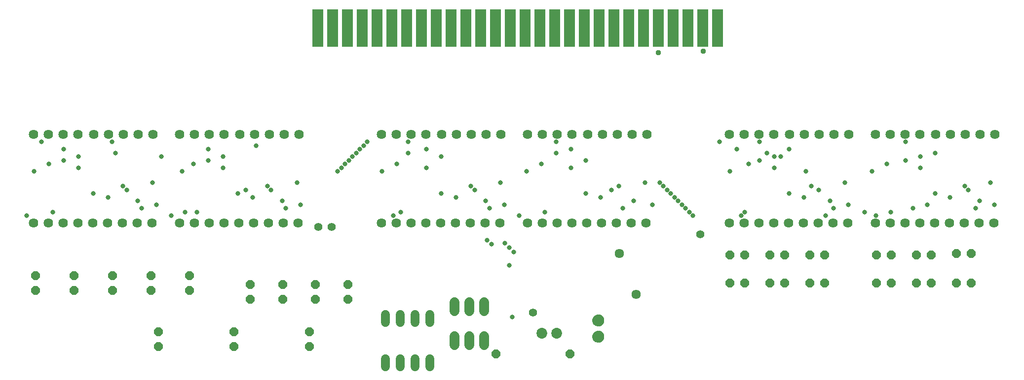
<source format=gbs>
G75*
%MOIN*%
%OFA0B0*%
%FSLAX25Y25*%
%IPPOS*%
%LPD*%
%AMOC8*
5,1,8,0,0,1.08239X$1,22.5*
%
%ADD10C,0.06400*%
%ADD11OC8,0.06000*%
%ADD12R,0.07300X0.25800*%
%ADD13C,0.06000*%
%ADD14C,0.07300*%
%ADD15C,0.00500*%
%ADD16C,0.06343*%
%ADD17C,0.06800*%
%ADD18C,0.03778*%
%ADD19C,0.05550*%
%ADD20C,0.03187*%
D10*
X0072948Y0174433D03*
X0082948Y0174433D03*
X0092948Y0174433D03*
X0102948Y0174433D03*
X0112948Y0174433D03*
X0122948Y0174433D03*
X0132948Y0174433D03*
X0142948Y0174433D03*
X0152948Y0174433D03*
X0171448Y0174433D03*
X0181448Y0174433D03*
X0191448Y0174433D03*
X0201448Y0174433D03*
X0211448Y0174433D03*
X0221448Y0174433D03*
X0231448Y0174433D03*
X0241448Y0174433D03*
X0251448Y0174433D03*
X0307948Y0174433D03*
X0317948Y0174433D03*
X0327948Y0174433D03*
X0337948Y0174433D03*
X0347948Y0174433D03*
X0357948Y0174433D03*
X0367948Y0174433D03*
X0377948Y0174433D03*
X0387948Y0174433D03*
X0406448Y0174433D03*
X0416448Y0174433D03*
X0426448Y0174433D03*
X0436448Y0174433D03*
X0446448Y0174433D03*
X0456448Y0174433D03*
X0466448Y0174433D03*
X0476448Y0174433D03*
X0486448Y0174433D03*
X0542948Y0174433D03*
X0552948Y0174433D03*
X0562948Y0174433D03*
X0572948Y0174433D03*
X0582948Y0174433D03*
X0592948Y0174433D03*
X0602948Y0174433D03*
X0612948Y0174433D03*
X0622948Y0174433D03*
X0641448Y0174433D03*
X0651448Y0174433D03*
X0661448Y0174433D03*
X0671448Y0174433D03*
X0681448Y0174433D03*
X0691448Y0174433D03*
X0701448Y0174433D03*
X0711448Y0174433D03*
X0721448Y0174433D03*
X0722236Y0234433D03*
X0712236Y0234433D03*
X0702236Y0234433D03*
X0692236Y0234433D03*
X0682236Y0234433D03*
X0671448Y0234433D03*
X0661448Y0234433D03*
X0651448Y0234433D03*
X0641448Y0234433D03*
X0623736Y0234433D03*
X0613736Y0234433D03*
X0603736Y0234433D03*
X0593736Y0234433D03*
X0583736Y0234433D03*
X0572948Y0234433D03*
X0562948Y0234433D03*
X0552948Y0234433D03*
X0542948Y0234433D03*
X0487236Y0234433D03*
X0477236Y0234433D03*
X0467236Y0234433D03*
X0457236Y0234433D03*
X0447236Y0234433D03*
X0436448Y0234433D03*
X0426448Y0234433D03*
X0416448Y0234433D03*
X0406448Y0234433D03*
X0388736Y0234433D03*
X0378736Y0234433D03*
X0368736Y0234433D03*
X0358736Y0234433D03*
X0348736Y0234433D03*
X0337948Y0234433D03*
X0327948Y0234433D03*
X0317948Y0234433D03*
X0307948Y0234433D03*
X0252236Y0234433D03*
X0242236Y0234433D03*
X0232236Y0234433D03*
X0222236Y0234433D03*
X0212236Y0234433D03*
X0201448Y0234433D03*
X0191448Y0234433D03*
X0181448Y0234433D03*
X0171448Y0234433D03*
X0153736Y0234433D03*
X0143736Y0234433D03*
X0133736Y0234433D03*
X0123736Y0234433D03*
X0113736Y0234433D03*
X0102948Y0234433D03*
X0092948Y0234433D03*
X0082948Y0234433D03*
X0072948Y0234433D03*
D11*
X0157342Y0090933D03*
X0157342Y0100933D03*
X0208342Y0100933D03*
X0208342Y0090933D03*
X0259342Y0090933D03*
X0259342Y0100933D03*
X0263342Y0122933D03*
X0285342Y0122933D03*
X0285342Y0132933D03*
X0263342Y0132933D03*
X0241342Y0132933D03*
X0219342Y0132933D03*
X0219342Y0122933D03*
X0241342Y0122933D03*
X0178342Y0128933D03*
X0178342Y0138933D03*
X0152342Y0138933D03*
X0152342Y0128933D03*
X0126342Y0128933D03*
X0126342Y0138933D03*
X0100342Y0138933D03*
X0100342Y0128933D03*
X0074342Y0128933D03*
X0074342Y0138933D03*
X0385342Y0085933D03*
X0435342Y0085933D03*
X0543342Y0133933D03*
X0553342Y0133933D03*
X0570342Y0133933D03*
X0580342Y0133933D03*
X0597342Y0133933D03*
X0607342Y0133933D03*
X0642342Y0133933D03*
X0652342Y0133933D03*
X0669342Y0133933D03*
X0679342Y0133933D03*
X0696342Y0133933D03*
X0706342Y0133933D03*
X0706342Y0153933D03*
X0696342Y0153933D03*
X0679342Y0152933D03*
X0669342Y0152933D03*
X0652342Y0152933D03*
X0642342Y0152933D03*
X0607342Y0152933D03*
X0597342Y0152933D03*
X0580342Y0152933D03*
X0570342Y0152933D03*
X0553342Y0152933D03*
X0543342Y0152933D03*
D12*
X0535092Y0306433D03*
X0525092Y0306433D03*
X0515092Y0306433D03*
X0505092Y0306433D03*
X0495092Y0306433D03*
X0485092Y0306433D03*
X0475092Y0306433D03*
X0465092Y0306433D03*
X0455092Y0306433D03*
X0445092Y0306433D03*
X0435092Y0306433D03*
X0425092Y0306433D03*
X0415092Y0306433D03*
X0405092Y0306433D03*
X0395092Y0306433D03*
X0385092Y0306433D03*
X0375092Y0306433D03*
X0365092Y0306433D03*
X0355092Y0306433D03*
X0345092Y0306433D03*
X0335092Y0306433D03*
X0325092Y0306433D03*
X0315092Y0306433D03*
X0305092Y0306433D03*
X0295092Y0306433D03*
X0285092Y0306433D03*
X0275092Y0306433D03*
X0265092Y0306433D03*
D13*
X0310542Y0112433D02*
X0310542Y0107233D01*
X0320542Y0107233D02*
X0320542Y0112433D01*
X0330542Y0112433D02*
X0330542Y0107233D01*
X0340542Y0107233D02*
X0340542Y0112433D01*
X0340542Y0082433D02*
X0340542Y0077233D01*
X0330542Y0077233D02*
X0330542Y0082433D01*
X0320542Y0082433D02*
X0320542Y0077233D01*
X0310542Y0077233D02*
X0310542Y0082433D01*
D14*
X0416342Y0099933D03*
X0426342Y0099933D03*
D15*
X0450639Y0097757D02*
X0458081Y0097757D01*
X0458112Y0097443D02*
X0458045Y0096785D01*
X0457864Y0096148D01*
X0457576Y0095553D01*
X0457189Y0095016D01*
X0456714Y0094555D01*
X0456167Y0094184D01*
X0455563Y0093913D01*
X0454921Y0093751D01*
X0454261Y0093703D01*
X0453542Y0093781D01*
X0452852Y0093999D01*
X0452218Y0094347D01*
X0451664Y0094812D01*
X0451211Y0095376D01*
X0450877Y0096018D01*
X0450674Y0096712D01*
X0450611Y0097433D01*
X0450673Y0098158D01*
X0450875Y0098857D01*
X0451209Y0099503D01*
X0451663Y0100071D01*
X0452219Y0100540D01*
X0452856Y0100891D01*
X0453549Y0101112D01*
X0454272Y0101193D01*
X0454931Y0101143D01*
X0455572Y0100979D01*
X0456175Y0100707D01*
X0456722Y0100334D01*
X0457195Y0099872D01*
X0457581Y0099334D01*
X0457868Y0098738D01*
X0458046Y0098101D01*
X0458112Y0097443D01*
X0458093Y0097259D02*
X0450627Y0097259D01*
X0450670Y0096760D02*
X0458038Y0096760D01*
X0457896Y0096262D02*
X0450806Y0096262D01*
X0451009Y0095763D02*
X0457678Y0095763D01*
X0457368Y0095265D02*
X0451300Y0095265D01*
X0451718Y0094766D02*
X0456931Y0094766D01*
X0456291Y0094268D02*
X0452362Y0094268D01*
X0453653Y0093769D02*
X0454995Y0093769D01*
X0458003Y0098256D02*
X0450701Y0098256D01*
X0450845Y0098754D02*
X0457860Y0098754D01*
X0457620Y0099253D02*
X0451080Y0099253D01*
X0451408Y0099751D02*
X0457281Y0099751D01*
X0456808Y0100250D02*
X0451875Y0100250D01*
X0452597Y0100748D02*
X0456083Y0100748D01*
X0454921Y0104771D02*
X0454261Y0104723D01*
X0453542Y0104801D01*
X0452852Y0105019D01*
X0452218Y0105367D01*
X0451664Y0105832D01*
X0451211Y0106396D01*
X0450877Y0107038D01*
X0450674Y0107732D01*
X0450611Y0108453D01*
X0450673Y0109178D01*
X0450875Y0109877D01*
X0451209Y0110523D01*
X0451663Y0111091D01*
X0452219Y0111560D01*
X0452856Y0111911D01*
X0453549Y0112132D01*
X0454272Y0112213D01*
X0454931Y0112163D01*
X0455572Y0111999D01*
X0456175Y0111727D01*
X0456722Y0111354D01*
X0457195Y0110892D01*
X0457581Y0110354D01*
X0457868Y0109758D01*
X0458046Y0109121D01*
X0458112Y0108463D01*
X0458045Y0107805D01*
X0457864Y0107168D01*
X0457576Y0106573D01*
X0457189Y0106036D01*
X0456714Y0105575D01*
X0456167Y0105204D01*
X0455563Y0104933D01*
X0454921Y0104771D01*
X0454450Y0104737D02*
X0454136Y0104737D01*
X0452458Y0105235D02*
X0456213Y0105235D01*
X0456877Y0105734D02*
X0451781Y0105734D01*
X0451342Y0106232D02*
X0457330Y0106232D01*
X0457652Y0106731D02*
X0451037Y0106731D01*
X0450821Y0107229D02*
X0457881Y0107229D01*
X0458023Y0107728D02*
X0450676Y0107728D01*
X0450631Y0108226D02*
X0458088Y0108226D01*
X0458086Y0108725D02*
X0450635Y0108725D01*
X0450686Y0109223D02*
X0458018Y0109223D01*
X0457878Y0109722D02*
X0450830Y0109722D01*
X0451053Y0110220D02*
X0457645Y0110220D01*
X0457319Y0110719D02*
X0451366Y0110719D01*
X0451813Y0111217D02*
X0456862Y0111217D01*
X0456192Y0111716D02*
X0452502Y0111716D01*
D16*
X0480067Y0126111D03*
X0468617Y0153755D03*
D17*
X0377342Y0120933D02*
X0377342Y0114933D01*
X0367342Y0114933D02*
X0367342Y0120933D01*
X0357342Y0120933D02*
X0357342Y0114933D01*
X0357342Y0097933D02*
X0357342Y0091933D01*
X0367342Y0091933D02*
X0367342Y0097933D01*
X0377342Y0097933D02*
X0377342Y0091933D01*
D18*
X0494842Y0289933D03*
X0525342Y0290933D03*
D19*
X0274342Y0171933D03*
X0265342Y0171933D03*
X0410342Y0113933D03*
X0523342Y0166933D03*
D20*
X0518342Y0179433D03*
X0515842Y0181933D03*
X0513342Y0184433D03*
X0510842Y0186933D03*
X0508342Y0189433D03*
X0505842Y0191933D03*
X0503342Y0194433D03*
X0500842Y0196933D03*
X0498342Y0199433D03*
X0495842Y0201933D03*
X0485842Y0201933D03*
X0468342Y0199433D03*
X0463342Y0196933D03*
X0455842Y0191933D03*
X0445842Y0194433D03*
X0470842Y0184433D03*
X0478342Y0189433D03*
X0490842Y0186933D03*
X0543342Y0209433D03*
X0555842Y0214433D03*
X0563342Y0216933D03*
X0573342Y0219433D03*
X0577742Y0219433D03*
X0583342Y0224433D03*
X0568142Y0221933D03*
X0563342Y0229433D03*
X0548042Y0224433D03*
X0536342Y0229433D03*
X0573342Y0211933D03*
X0594542Y0209433D03*
X0598342Y0199433D03*
X0603342Y0196933D03*
X0593342Y0191933D03*
X0583342Y0194433D03*
X0610842Y0189433D03*
X0613342Y0184433D03*
X0608042Y0179433D03*
X0623342Y0186933D03*
X0634442Y0181933D03*
X0641842Y0179433D03*
X0651842Y0181933D03*
X0666842Y0184433D03*
X0676742Y0186933D03*
X0691842Y0191933D03*
X0681842Y0194433D03*
X0701842Y0199433D03*
X0704342Y0196933D03*
X0711842Y0189433D03*
X0721842Y0186933D03*
X0709342Y0184433D03*
X0719342Y0201933D03*
X0681842Y0221933D03*
X0671842Y0219433D03*
X0661842Y0216933D03*
X0671842Y0211933D03*
X0649342Y0214433D03*
X0639342Y0209433D03*
X0620842Y0201933D03*
X0661842Y0229433D03*
X0553342Y0181933D03*
X0550842Y0179433D03*
X0445842Y0216933D03*
X0435842Y0211933D03*
X0425842Y0221933D03*
X0425842Y0229433D03*
X0435842Y0224433D03*
X0415842Y0214433D03*
X0405842Y0209433D03*
X0388342Y0201933D03*
X0370842Y0196933D03*
X0368342Y0199433D03*
X0358342Y0191933D03*
X0348342Y0194433D03*
X0320842Y0181933D03*
X0315842Y0179433D03*
X0253342Y0186933D03*
X0243342Y0184433D03*
X0240842Y0189433D03*
X0233342Y0196933D03*
X0230842Y0199433D03*
X0220842Y0191933D03*
X0216342Y0196933D03*
X0210842Y0194433D03*
X0183342Y0181933D03*
X0175436Y0181933D03*
X0165842Y0179433D03*
X0155842Y0186933D03*
X0145842Y0184433D03*
X0143342Y0189433D03*
X0135842Y0196933D03*
X0133342Y0199433D03*
X0123342Y0191933D03*
X0113342Y0194433D03*
X0085842Y0181933D03*
X0068342Y0179433D03*
X0073342Y0209433D03*
X0083342Y0214433D03*
X0093342Y0216933D03*
X0103342Y0219433D03*
X0103342Y0211933D03*
X0093342Y0224433D03*
X0078342Y0229433D03*
X0125842Y0229433D03*
X0128342Y0221933D03*
X0159342Y0219433D03*
X0173342Y0209433D03*
X0180842Y0214433D03*
X0190842Y0216933D03*
X0200842Y0219433D03*
X0200842Y0211933D03*
X0190842Y0224433D03*
X0223342Y0226933D03*
X0278342Y0209433D03*
X0280842Y0211933D03*
X0283342Y0214433D03*
X0285842Y0216933D03*
X0288342Y0219433D03*
X0290842Y0221933D03*
X0293342Y0224433D03*
X0295842Y0226933D03*
X0298342Y0229433D03*
X0318342Y0214433D03*
X0325842Y0221933D03*
X0338342Y0224433D03*
X0325842Y0229433D03*
X0348342Y0219433D03*
X0338342Y0211933D03*
X0308342Y0209433D03*
X0250842Y0201933D03*
X0153342Y0201933D03*
X0378342Y0189433D03*
X0390842Y0186933D03*
X0380842Y0184433D03*
X0400842Y0179433D03*
X0418342Y0181933D03*
X0379342Y0162933D03*
X0382398Y0159984D03*
X0391342Y0160933D03*
X0394342Y0157933D03*
X0397342Y0154933D03*
X0394342Y0145933D03*
X0396342Y0110933D03*
M02*

</source>
